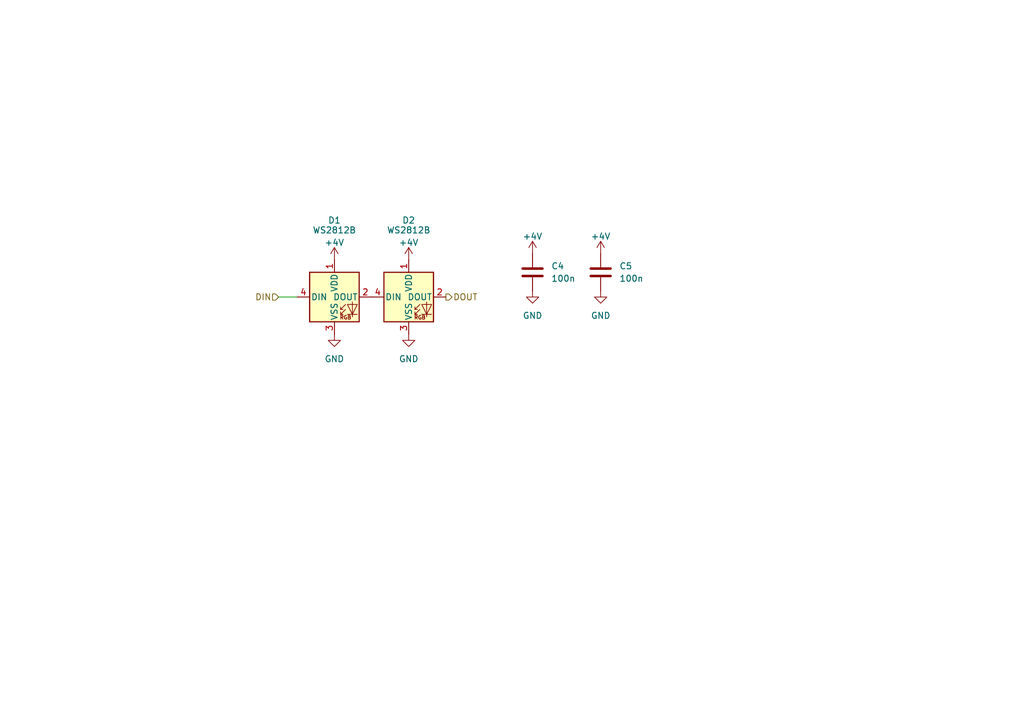
<source format=kicad_sch>
(kicad_sch (version 20250114) (generator "eeschema") (generator_version "9.0")
  (paper "A5")
  (lib_symbols
    (symbol "Device:C" (pin_numbers (hide yes)) (pin_names (offset 0.254))
      (property "Reference" "C" (at 0.635 2.54 0))
      (property "Value" "C" (at 0.635 -2.54 0))
      (symbol "C_0_1"
        (polyline (pts (xy -2.032 0.762) (xy 2.032 0.762)) (stroke (width 0.508)))
        (polyline (pts (xy -2.032 -0.762) (xy 2.032 -0.762)) (stroke (width 0.508)))
      )
      (symbol "C_1_1"
        (pin passive line (at 0 3.81 270) (length 2.794) (name "~") (number "1"))
        (pin passive line (at 0 -3.81 90) (length 2.794) (name "~") (number "2"))
      )
    )
    (symbol "LED:WS2812B" (pin_names (offset 0.254))
      (property "Reference" "D" (at 5.08 5.715 0))
      (property "Value" "WS2812B" (at 1.27 -5.715 0))
      (symbol "WS2812B_0_0"
        (text "RGB" (at 2.286 -4.191 0) (effects (font (size 0.762 0.762))))
      )
      (symbol "WS2812B_0_1"
        (polyline (pts (xy 1.27 -2.54) (xy 1.778 -2.54)))
        (polyline (pts (xy 1.27 -3.556) (xy 1.778 -3.556)))
        (polyline (pts (xy 2.286 -1.524) (xy 1.27 -2.54) (xy 1.27 -2.032)))
        (polyline (pts (xy 2.286 -2.54) (xy 1.27 -3.556) (xy 1.27 -3.048)))
        (polyline (pts (xy 3.683 -1.016) (xy 3.683 -3.556) (xy 3.683 -4.064)))
        (polyline (pts (xy 4.699 -1.524) (xy 2.667 -1.524) (xy 3.683 -3.556) (xy 4.699 -1.524)))
        (polyline (pts (xy 4.699 -3.556) (xy 2.667 -3.556)))
        (rectangle (start 5.08 5.08) (end -5.08 -5.08) (stroke (width 0.254)) (fill (type background)))
      )
      (symbol "WS2812B_1_1"
        (pin input line (at -7.62 0 0) (length 2.54) (name "DIN") (number "4"))
        (pin power_in line (at 0 7.62 270) (length 2.54) (name "VDD") (number "1"))
        (pin power_in line (at 0 -7.62 90) (length 2.54) (name "VSS") (number "3"))
        (pin output line (at 7.62 0 180) (length 2.54) (name "DOUT") (number "2"))
      )
    )
    (symbol "power:+4V" (power) (pin_numbers (hide yes)) (pin_names (offset 0) (hide yes))
      (property "Value" "+4V" (at 0 3.556 0))
      (symbol "+4V_0_1"
        (polyline (pts (xy -0.762 1.27) (xy 0 2.54)))
        (polyline (pts (xy 0 2.54) (xy 0.762 1.27)))
        (polyline (pts (xy 0 0) (xy 0 2.54)))
      )
      (symbol "+4V_1_1"
        (pin power_in line (at 0 0 90) (length 0) (name "~") (number "1"))
      )
    )
    (symbol "power:GND" (power) (pin_numbers (hide yes)) (pin_names (offset 0) (hide yes))
      (property "Value" "GND" (at 0 -3.81 0))
      (symbol "GND_0_1"
        (polyline (pts (xy 0 0) (xy 0 -1.27) (xy 1.27 -1.27) (xy 0 -2.54) (xy -1.27 -1.27) (xy 0 -1.27)))
      )
      (symbol "GND_1_1"
        (pin power_in line (at 0 0 270) (length 0) (name "~") (number "1"))
      )
    )
  )
  (wire (pts (xy 57.15 60.96) (xy 60.96 60.96)))
  (hierarchical_label "DIN" (shape input) (at 57.15 60.96 180))
  (hierarchical_label "DOUT" (shape output) (at 91.44 60.96 0))
  (symbol (lib_id "power:+4V") (at 83.82 53.34 0) (unit 1)
    (property "Reference" "#PWR015" (effects (hide yes)))
    (property "Value" "+4V" (at 83.82 49.784 0))
    (property "Description" "Power symbol creates a global label with name \"+4V\"" (effects (hide yes)))
  )
  (symbol (lib_id "power:+4V") (at 68.58 53.34 0) (unit 1)
    (property "Reference" "#PWR014" (effects (hide yes)))
    (property "Value" "+4V" (at 68.58 49.784 0))
    (property "Description" "Power symbol creates a global label with name \"+4V\"" (effects (hide yes)))
  )
  (symbol (lib_id "Device:C") (at 123.19 55.88 0) (unit 1)
    (property "Reference" "C5" (at 127 54.6099 0) (effects (justify left)))
    (property "Value" "100n" (at 127 57.1499 0) (effects (justify left)))
    (property "Footprint" "Capacitor_SMD:C_0603_1608Metric" (effects (hide yes)))
    (property "Description" "Unpolarized capacitor" (effects (hide yes)))
  )
  (symbol (lib_id "power:GND") (at 109.22 59.69 0) (unit 1)
    (property "Reference" "#PWR019" (effects (hide yes)))
    (property "Value" "GND" (at 109.22 64.77 0))
    (property "Description" "Power symbol creates a global label with name \"GND\" , ground" (effects (hide yes)))
  )
  (symbol (lib_id "Device:C") (at 109.22 55.88 0) (unit 1)
    (property "Reference" "C4" (at 113.03 54.6099 0) (effects (justify left)))
    (property "Value" "100n" (at 113.03 57.1499 0) (effects (justify left)))
    (property "Footprint" "Capacitor_SMD:C_0603_1608Metric" (effects (hide yes)))
    (property "Description" "Unpolarized capacitor" (effects (hide yes)))
  )
  (symbol (lib_id "power:GND") (at 123.19 59.69 0) (unit 1)
    (property "Reference" "#PWR021" (effects (hide yes)))
    (property "Value" "GND" (at 123.19 64.77 0))
    (property "Description" "Power symbol creates a global label with name \"GND\" , ground" (effects (hide yes)))
  )
  (symbol (lib_id "power:+4V") (at 123.19 52.07 0) (unit 1)
    (property "Reference" "#PWR020" (effects (hide yes)))
    (property "Value" "+4V" (at 123.19 48.514 0))
    (property "Description" "Power symbol creates a global label with name \"+4V\"" (effects (hide yes)))
  )
  (symbol (lib_id "power:+4V") (at 109.22 52.07 0) (unit 1)
    (property "Reference" "#PWR018" (effects (hide yes)))
    (property "Value" "+4V" (at 109.22 48.514 0))
    (property "Description" "Power symbol creates a global label with name \"+4V\"" (effects (hide yes)))
  )
  (symbol (lib_id "LED:WS2812B") (at 83.82 60.96 0) (unit 1)
    (property "Reference" "D2" (at 83.82 45.212 0))
    (property "Value" "WS2812B" (at 83.82 47.244 0))
    (property "Footprint" "LED_SMD:LED_WS2812B_PLCC4_5.0x5.0mm_P3.2mm" (effects (hide yes)))
    (property "Datasheet" "https://cdn-shop.adafruit.com/datasheets/WS2812B.pdf" (effects (hide yes)))
    (property "Description" "RGB LED with integrated controller" (effects (hide yes)))
  )
  (symbol (lib_id "LED:WS2812B") (at 68.58 60.96 0) (unit 1)
    (property "Reference" "D1" (at 68.58 45.212 0))
    (property "Value" "WS2812B" (at 68.58 47.244 0))
    (property "Footprint" "LED_SMD:LED_WS2812B_PLCC4_5.0x5.0mm_P3.2mm" (effects (hide yes)))
    (property "Datasheet" "https://cdn-shop.adafruit.com/datasheets/WS2812B.pdf" (effects (hide yes)))
    (property "Description" "RGB LED with integrated controller" (effects (hide yes)))
  )
  (symbol (lib_id "power:GND") (at 83.82 68.58 0) (unit 1)
    (property "Reference" "#PWR017" (effects (hide yes)))
    (property "Value" "GND" (at 83.82 73.66 0))
    (property "Description" "Power symbol creates a global label with name \"GND\" , ground" (effects (hide yes)))
  )
  (symbol (lib_id "power:GND") (at 68.58 68.58 0) (unit 1)
    (property "Reference" "#PWR016" (effects (hide yes)))
    (property "Value" "GND" (at 68.58 73.66 0))
    (property "Description" "Power symbol creates a global label with name \"GND\" , ground" (effects (hide yes)))
  )
)
</source>
